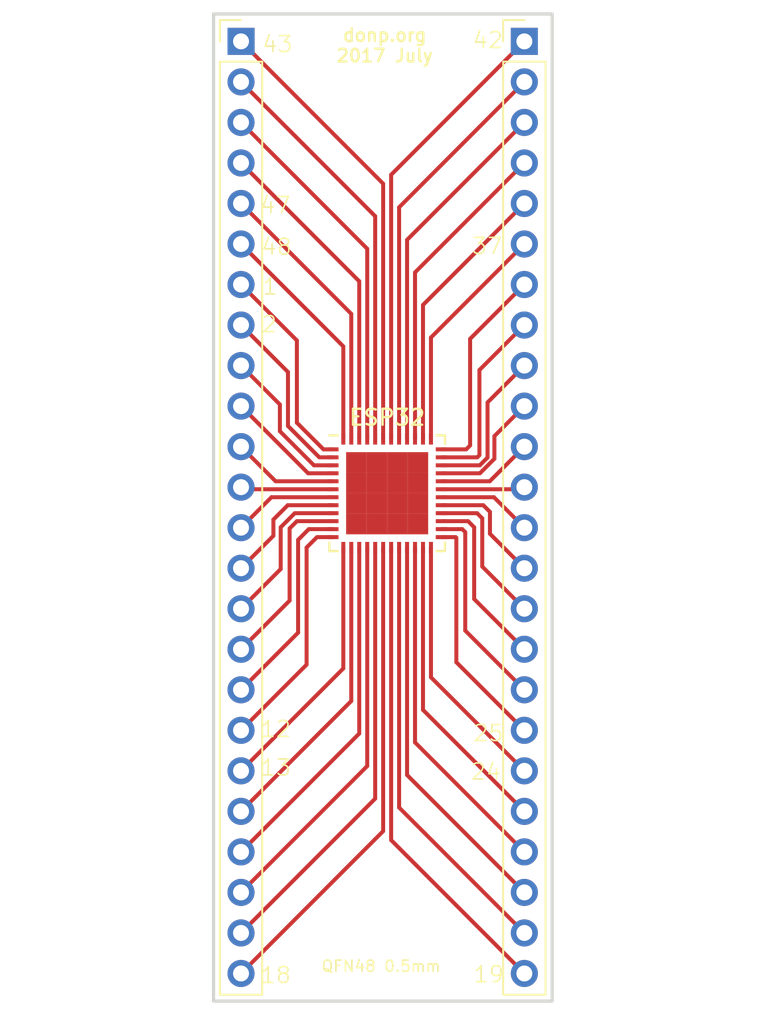
<source format=kicad_pcb>
(kicad_pcb (version 4) (host pcbnew 4.0.6-e0-6349~53~ubuntu16.04.1)

  (general
    (links 0)
    (no_connects 0)
    (area 111.799999 52.575 159.980001 117.705)
    (thickness 1.6)
    (drawings 19)
    (tracks 130)
    (zones 0)
    (modules 3)
    (nets 1)
  )

  (page A4)
  (layers
    (0 F.Cu signal)
    (31 B.Cu signal)
    (32 B.Adhes user)
    (33 F.Adhes user)
    (34 B.Paste user)
    (35 F.Paste user)
    (36 B.SilkS user)
    (37 F.SilkS user)
    (38 B.Mask user)
    (39 F.Mask user)
    (40 Dwgs.User user)
    (41 Cmts.User user)
    (42 Eco1.User user)
    (43 Eco2.User user)
    (44 Edge.Cuts user)
    (45 Margin user)
    (46 B.CrtYd user)
    (47 F.CrtYd user)
    (48 B.Fab user)
    (49 F.Fab user)
  )

  (setup
    (last_trace_width 0.25)
    (trace_clearance 0.2)
    (zone_clearance 0.508)
    (zone_45_only no)
    (trace_min 0.2)
    (segment_width 0.2)
    (edge_width 0.2)
    (via_size 0.6)
    (via_drill 0.4)
    (via_min_size 0.4)
    (via_min_drill 0.3)
    (uvia_size 0.3)
    (uvia_drill 0.1)
    (uvias_allowed no)
    (uvia_min_size 0.2)
    (uvia_min_drill 0.1)
    (pcb_text_width 0.3)
    (pcb_text_size 1.5 1.5)
    (mod_edge_width 0.15)
    (mod_text_size 1 1)
    (mod_text_width 0.15)
    (pad_size 1.7 1.7)
    (pad_drill 1)
    (pad_to_mask_clearance 0.2)
    (aux_axis_origin 0 0)
    (visible_elements FFFEFFFF)
    (pcbplotparams
      (layerselection 0x010f0_80000001)
      (usegerberextensions true)
      (excludeedgelayer true)
      (linewidth 0.100000)
      (plotframeref false)
      (viasonmask false)
      (mode 1)
      (useauxorigin false)
      (hpglpennumber 1)
      (hpglpenspeed 20)
      (hpglpendiameter 15)
      (hpglpenoverlay 2)
      (psnegative false)
      (psa4output false)
      (plotreference true)
      (plotvalue true)
      (plotinvisibletext false)
      (padsonsilk false)
      (subtractmaskfromsilk false)
      (outputformat 1)
      (mirror false)
      (drillshape 0)
      (scaleselection 1)
      (outputdirectory /home/donp/osh))
  )

  (net 0 "")

  (net_class Default "This is the default net class."
    (clearance 0.2)
    (trace_width 0.25)
    (via_dia 0.6)
    (via_drill 0.4)
    (uvia_dia 0.3)
    (uvia_drill 0.1)
  )

  (module Pin_Headers:Pin_Header_Straight_1x24_Pitch2.54mm (layer F.Cu) (tedit 594EA412) (tstamp 59500E85)
    (at 144.78 55.88)
    (descr "Through hole straight pin header, 1x24, 2.54mm pitch, single row")
    (tags "Through hole pin header THT 1x24 2.54mm single row")
    (fp_text reference "" (at 0 -2.33) (layer F.SilkS)
      (effects (font (size 1 1) (thickness 0.15)))
    )
    (fp_text value Pin_Header_Straight_1x24_Pitch2.54mm (at 0 60.75) (layer F.Fab)
      (effects (font (size 1 1) (thickness 0.15)))
    )
    (fp_line (start -1.27 -1.27) (end -1.27 59.69) (layer F.Fab) (width 0.1))
    (fp_line (start -1.27 59.69) (end 1.27 59.69) (layer F.Fab) (width 0.1))
    (fp_line (start 1.27 59.69) (end 1.27 -1.27) (layer F.Fab) (width 0.1))
    (fp_line (start 1.27 -1.27) (end -1.27 -1.27) (layer F.Fab) (width 0.1))
    (fp_line (start -1.33 1.27) (end -1.33 59.75) (layer F.SilkS) (width 0.12))
    (fp_line (start -1.33 59.75) (end 1.33 59.75) (layer F.SilkS) (width 0.12))
    (fp_line (start 1.33 59.75) (end 1.33 1.27) (layer F.SilkS) (width 0.12))
    (fp_line (start 1.33 1.27) (end -1.33 1.27) (layer F.SilkS) (width 0.12))
    (fp_line (start -1.33 0) (end -1.33 -1.33) (layer F.SilkS) (width 0.12))
    (fp_line (start -1.33 -1.33) (end 0 -1.33) (layer F.SilkS) (width 0.12))
    (fp_line (start -1.8 -1.8) (end -1.8 60.2) (layer F.CrtYd) (width 0.05))
    (fp_line (start -1.8 60.2) (end 1.8 60.2) (layer F.CrtYd) (width 0.05))
    (fp_line (start 1.8 60.2) (end 1.8 -1.8) (layer F.CrtYd) (width 0.05))
    (fp_line (start 1.8 -1.8) (end -1.8 -1.8) (layer F.CrtYd) (width 0.05))
    (fp_text user %R (at 0 -2.33) (layer F.Fab)
      (effects (font (size 1 1) (thickness 0.15)))
    )
    (pad 1 thru_hole rect (at 0 0) (size 1.7 1.7) (drill 1) (layers *.Cu *.Mask))
    (pad 2 thru_hole oval (at 0 2.54) (size 1.7 1.7) (drill 1) (layers *.Cu *.Mask))
    (pad 3 thru_hole oval (at 0 5.08) (size 1.7 1.7) (drill 1) (layers *.Cu *.Mask))
    (pad 4 thru_hole oval (at 0 7.62) (size 1.7 1.7) (drill 1) (layers *.Cu *.Mask))
    (pad 5 thru_hole oval (at 0 10.16) (size 1.7 1.7) (drill 1) (layers *.Cu *.Mask))
    (pad 6 thru_hole oval (at 0 12.7) (size 1.7 1.7) (drill 1) (layers *.Cu *.Mask))
    (pad 7 thru_hole oval (at 0 15.24) (size 1.7 1.7) (drill 1) (layers *.Cu *.Mask))
    (pad 8 thru_hole oval (at 0 17.78) (size 1.7 1.7) (drill 1) (layers *.Cu *.Mask))
    (pad 9 thru_hole oval (at 0 20.32) (size 1.7 1.7) (drill 1) (layers *.Cu *.Mask))
    (pad 10 thru_hole oval (at 0 22.86) (size 1.7 1.7) (drill 1) (layers *.Cu *.Mask))
    (pad 11 thru_hole oval (at 0 25.4) (size 1.7 1.7) (drill 1) (layers *.Cu *.Mask))
    (pad 12 thru_hole oval (at 0 27.94) (size 1.7 1.7) (drill 1) (layers *.Cu *.Mask))
    (pad 13 thru_hole oval (at 0 30.48) (size 1.7 1.7) (drill 1) (layers *.Cu *.Mask))
    (pad 14 thru_hole oval (at 0 33.02) (size 1.7 1.7) (drill 1) (layers *.Cu *.Mask))
    (pad 15 thru_hole oval (at 0 35.56) (size 1.7 1.7) (drill 1) (layers *.Cu *.Mask))
    (pad 16 thru_hole oval (at 0 38.1) (size 1.7 1.7) (drill 1) (layers *.Cu *.Mask))
    (pad 17 thru_hole oval (at 0 40.64) (size 1.7 1.7) (drill 1) (layers *.Cu *.Mask))
    (pad 18 thru_hole oval (at 0 43.18) (size 1.7 1.7) (drill 1) (layers *.Cu *.Mask))
    (pad 19 thru_hole oval (at 0 45.72) (size 1.7 1.7) (drill 1) (layers *.Cu *.Mask))
    (pad 20 thru_hole oval (at 0 48.26) (size 1.7 1.7) (drill 1) (layers *.Cu *.Mask))
    (pad 21 thru_hole oval (at 0 50.8) (size 1.7 1.7) (drill 1) (layers *.Cu *.Mask))
    (pad 22 thru_hole oval (at 0 53.34) (size 1.7 1.7) (drill 1) (layers *.Cu *.Mask))
    (pad 23 thru_hole oval (at 0 55.88) (size 1.7 1.7) (drill 1) (layers *.Cu *.Mask))
    (pad 24 thru_hole oval (at 0 58.42) (size 1.7 1.7) (drill 1) (layers *.Cu *.Mask))
    (model ${KISYS3DMOD}/Pin_Headers.3dshapes/Pin_Header_Straight_1x24_Pitch2.54mm.wrl
      (at (xyz 0 -1.15 0))
      (scale (xyz 1 1 1))
      (rotate (xyz 0 0 90))
    )
  )

  (module Pin_Headers:Pin_Header_Straight_1x24_Pitch2.54mm (layer F.Cu) (tedit 594EA412) (tstamp 59500D83)
    (at 127 55.88)
    (descr "Through hole straight pin header, 1x24, 2.54mm pitch, single row")
    (tags "Through hole pin header THT 1x24 2.54mm single row")
    (fp_text reference "" (at 0 -2.33) (layer F.SilkS)
      (effects (font (size 1 1) (thickness 0.15)))
    )
    (fp_text value Pin_Header_Straight_1x24_Pitch2.54mm (at 0 60.75) (layer F.Fab)
      (effects (font (size 1 1) (thickness 0.15)))
    )
    (fp_line (start -1.27 -1.27) (end -1.27 59.69) (layer F.Fab) (width 0.1))
    (fp_line (start -1.27 59.69) (end 1.27 59.69) (layer F.Fab) (width 0.1))
    (fp_line (start 1.27 59.69) (end 1.27 -1.27) (layer F.Fab) (width 0.1))
    (fp_line (start 1.27 -1.27) (end -1.27 -1.27) (layer F.Fab) (width 0.1))
    (fp_line (start -1.33 1.27) (end -1.33 59.75) (layer F.SilkS) (width 0.12))
    (fp_line (start -1.33 59.75) (end 1.33 59.75) (layer F.SilkS) (width 0.12))
    (fp_line (start 1.33 59.75) (end 1.33 1.27) (layer F.SilkS) (width 0.12))
    (fp_line (start 1.33 1.27) (end -1.33 1.27) (layer F.SilkS) (width 0.12))
    (fp_line (start -1.33 0) (end -1.33 -1.33) (layer F.SilkS) (width 0.12))
    (fp_line (start -1.33 -1.33) (end 0 -1.33) (layer F.SilkS) (width 0.12))
    (fp_line (start -1.8 -1.8) (end -1.8 60.2) (layer F.CrtYd) (width 0.05))
    (fp_line (start -1.8 60.2) (end 1.8 60.2) (layer F.CrtYd) (width 0.05))
    (fp_line (start 1.8 60.2) (end 1.8 -1.8) (layer F.CrtYd) (width 0.05))
    (fp_line (start 1.8 -1.8) (end -1.8 -1.8) (layer F.CrtYd) (width 0.05))
    (fp_text user %R (at 0 -2.33) (layer F.Fab)
      (effects (font (size 1 1) (thickness 0.15)))
    )
    (pad 1 thru_hole rect (at 0 0) (size 1.7 1.7) (drill 1) (layers *.Cu *.Mask))
    (pad 2 thru_hole oval (at 0 2.54) (size 1.7 1.7) (drill 1) (layers *.Cu *.Mask))
    (pad 3 thru_hole oval (at 0 5.08) (size 1.7 1.7) (drill 1) (layers *.Cu *.Mask))
    (pad 4 thru_hole oval (at 0 7.62) (size 1.7 1.7) (drill 1) (layers *.Cu *.Mask))
    (pad 5 thru_hole oval (at 0 10.16) (size 1.7 1.7) (drill 1) (layers *.Cu *.Mask))
    (pad 6 thru_hole oval (at 0 12.7) (size 1.7 1.7) (drill 1) (layers *.Cu *.Mask))
    (pad 7 thru_hole oval (at 0 15.24) (size 1.7 1.7) (drill 1) (layers *.Cu *.Mask))
    (pad 8 thru_hole oval (at 0 17.78) (size 1.7 1.7) (drill 1) (layers *.Cu *.Mask))
    (pad 9 thru_hole oval (at 0 20.32) (size 1.7 1.7) (drill 1) (layers *.Cu *.Mask))
    (pad 10 thru_hole oval (at 0 22.86) (size 1.7 1.7) (drill 1) (layers *.Cu *.Mask))
    (pad 11 thru_hole oval (at 0 25.4) (size 1.7 1.7) (drill 1) (layers *.Cu *.Mask))
    (pad 12 thru_hole oval (at 0 27.94) (size 1.7 1.7) (drill 1) (layers *.Cu *.Mask))
    (pad 13 thru_hole oval (at 0 30.48) (size 1.7 1.7) (drill 1) (layers *.Cu *.Mask))
    (pad 14 thru_hole oval (at 0 33.02) (size 1.7 1.7) (drill 1) (layers *.Cu *.Mask))
    (pad 15 thru_hole oval (at 0 35.56) (size 1.7 1.7) (drill 1) (layers *.Cu *.Mask))
    (pad 16 thru_hole oval (at 0 38.1) (size 1.7 1.7) (drill 1) (layers *.Cu *.Mask))
    (pad 17 thru_hole oval (at 0 40.64) (size 1.7 1.7) (drill 1) (layers *.Cu *.Mask))
    (pad 18 thru_hole oval (at 0 43.18) (size 1.7 1.7) (drill 1) (layers *.Cu *.Mask))
    (pad 19 thru_hole oval (at 0 45.72) (size 1.7 1.7) (drill 1) (layers *.Cu *.Mask))
    (pad 20 thru_hole oval (at 0 48.26) (size 1.7 1.7) (drill 1) (layers *.Cu *.Mask))
    (pad 21 thru_hole oval (at 0 50.8) (size 1.7 1.7) (drill 1) (layers *.Cu *.Mask))
    (pad 22 thru_hole oval (at 0 53.34) (size 1.7 1.7) (drill 1) (layers *.Cu *.Mask))
    (pad 23 thru_hole oval (at 0 55.88) (size 1.7 1.7) (drill 1) (layers *.Cu *.Mask))
    (pad 24 thru_hole oval (at 0 58.42) (size 1.7 1.7) (drill 1) (layers *.Cu *.Mask))
    (model ${KISYS3DMOD}/Pin_Headers.3dshapes/Pin_Header_Straight_1x24_Pitch2.54mm.wrl
      (at (xyz 0 -1.15 0))
      (scale (xyz 1 1 1))
      (rotate (xyz 0 0 90))
    )
  )

  (module Housings_DFN_QFN:QFN-48-1EP_7x7mm_Pitch0.5mm (layer F.Cu) (tedit 594EA4A9) (tstamp 5950575B)
    (at 136.1694 84.201)
    (descr "UK Package; 48-Lead Plastic QFN (7mm x 7mm); (see Linear Technology QFN_48_05-08-1704.pdf)")
    (tags "QFN 0.5")
    (attr smd)
    (fp_text reference ESP32 (at 0 -4.75) (layer F.SilkS)
      (effects (font (size 1 1) (thickness 0.15)))
    )
    (fp_text value QFN-48-1EP_7x7mm_Pitch0.5mm (at 0 4.75) (layer F.Fab)
      (effects (font (size 1 1) (thickness 0.15)))
    )
    (fp_line (start -2.5 -3.5) (end 3.5 -3.5) (layer F.Fab) (width 0.15))
    (fp_line (start 3.5 -3.5) (end 3.5 3.5) (layer F.Fab) (width 0.15))
    (fp_line (start 3.5 3.5) (end -3.5 3.5) (layer F.Fab) (width 0.15))
    (fp_line (start -3.5 3.5) (end -3.5 -2.5) (layer F.Fab) (width 0.15))
    (fp_line (start -3.5 -2.5) (end -2.5 -3.5) (layer F.Fab) (width 0.15))
    (fp_line (start -4 -4) (end -4 4) (layer F.CrtYd) (width 0.05))
    (fp_line (start 4 -4) (end 4 4) (layer F.CrtYd) (width 0.05))
    (fp_line (start -4 -4) (end 4 -4) (layer F.CrtYd) (width 0.05))
    (fp_line (start -4 4) (end 4 4) (layer F.CrtYd) (width 0.05))
    (fp_line (start 3.625 -3.625) (end 3.625 -3.1) (layer F.SilkS) (width 0.15))
    (fp_line (start -3.625 3.625) (end -3.625 3.1) (layer F.SilkS) (width 0.15))
    (fp_line (start 3.625 3.625) (end 3.625 3.1) (layer F.SilkS) (width 0.15))
    (fp_line (start -3.625 -3.625) (end -3.1 -3.625) (layer F.SilkS) (width 0.15))
    (fp_line (start -3.625 3.625) (end -3.1 3.625) (layer F.SilkS) (width 0.15))
    (fp_line (start 3.625 3.625) (end 3.1 3.625) (layer F.SilkS) (width 0.15))
    (fp_line (start 3.625 -3.625) (end 3.1 -3.625) (layer F.SilkS) (width 0.15))
    (pad 1 smd rect (at -3.4 -2.75) (size 0.7 0.25) (layers F.Cu F.Paste F.Mask))
    (pad 2 smd rect (at -3.4 -2.25) (size 0.7 0.25) (layers F.Cu F.Paste F.Mask))
    (pad 3 smd rect (at -3.4 -1.75) (size 0.7 0.25) (layers F.Cu F.Paste F.Mask))
    (pad 4 smd rect (at -3.4 -1.25) (size 0.7 0.25) (layers F.Cu F.Paste F.Mask))
    (pad 5 smd rect (at -3.4 -0.75) (size 0.7 0.25) (layers F.Cu F.Paste F.Mask))
    (pad 6 smd rect (at -3.4 -0.25) (size 0.7 0.25) (layers F.Cu F.Paste F.Mask))
    (pad 7 smd rect (at -3.4 0.25) (size 0.7 0.25) (layers F.Cu F.Paste F.Mask))
    (pad 8 smd rect (at -3.4 0.75) (size 0.7 0.25) (layers F.Cu F.Paste F.Mask))
    (pad 9 smd rect (at -3.4 1.25) (size 0.7 0.25) (layers F.Cu F.Paste F.Mask))
    (pad 10 smd rect (at -3.4 1.75) (size 0.7 0.25) (layers F.Cu F.Paste F.Mask))
    (pad 11 smd rect (at -3.4 2.25) (size 0.7 0.25) (layers F.Cu F.Paste F.Mask))
    (pad 12 smd rect (at -3.4 2.75) (size 0.7 0.25) (layers F.Cu F.Paste F.Mask))
    (pad 13 smd rect (at -2.75 3.4 90) (size 0.7 0.25) (layers F.Cu F.Paste F.Mask))
    (pad 14 smd rect (at -2.25 3.4 90) (size 0.7 0.25) (layers F.Cu F.Paste F.Mask))
    (pad 15 smd rect (at -1.75 3.4 90) (size 0.7 0.25) (layers F.Cu F.Paste F.Mask))
    (pad 16 smd rect (at -1.25 3.4 90) (size 0.7 0.25) (layers F.Cu F.Paste F.Mask))
    (pad 17 smd rect (at -0.75 3.4 90) (size 0.7 0.25) (layers F.Cu F.Paste F.Mask))
    (pad 18 smd rect (at -0.25 3.4 90) (size 0.7 0.25) (layers F.Cu F.Paste F.Mask))
    (pad 19 smd rect (at 0.25 3.4 90) (size 0.7 0.25) (layers F.Cu F.Paste F.Mask))
    (pad 20 smd rect (at 0.75 3.4 90) (size 0.7 0.25) (layers F.Cu F.Paste F.Mask))
    (pad 21 smd rect (at 1.25 3.4 90) (size 0.7 0.25) (layers F.Cu F.Paste F.Mask))
    (pad 22 smd rect (at 1.75 3.4 90) (size 0.7 0.25) (layers F.Cu F.Paste F.Mask))
    (pad 23 smd rect (at 2.25 3.4 90) (size 0.7 0.25) (layers F.Cu F.Paste F.Mask))
    (pad 24 smd rect (at 2.75 3.4 90) (size 0.7 0.25) (layers F.Cu F.Paste F.Mask))
    (pad 25 smd rect (at 3.4 2.75) (size 0.7 0.25) (layers F.Cu F.Paste F.Mask))
    (pad 26 smd rect (at 3.4 2.25) (size 0.7 0.25) (layers F.Cu F.Paste F.Mask))
    (pad 27 smd rect (at 3.4 1.75) (size 0.7 0.25) (layers F.Cu F.Paste F.Mask))
    (pad 28 smd rect (at 3.4 1.25) (size 0.7 0.25) (layers F.Cu F.Paste F.Mask))
    (pad 29 smd rect (at 3.4 0.75) (size 0.7 0.25) (layers F.Cu F.Paste F.Mask))
    (pad 30 smd rect (at 3.4 0.25) (size 0.7 0.25) (layers F.Cu F.Paste F.Mask))
    (pad 31 smd rect (at 3.4 -0.25) (size 0.7 0.25) (layers F.Cu F.Paste F.Mask))
    (pad 32 smd rect (at 3.4 -0.75) (size 0.7 0.25) (layers F.Cu F.Paste F.Mask))
    (pad 33 smd rect (at 3.4 -1.25) (size 0.7 0.25) (layers F.Cu F.Paste F.Mask))
    (pad 34 smd rect (at 3.4 -1.75) (size 0.7 0.25) (layers F.Cu F.Paste F.Mask))
    (pad 35 smd rect (at 3.4 -2.25) (size 0.7 0.25) (layers F.Cu F.Paste F.Mask))
    (pad 36 smd rect (at 3.4 -2.75) (size 0.7 0.25) (layers F.Cu F.Paste F.Mask))
    (pad 37 smd rect (at 2.75 -3.4 90) (size 0.7 0.25) (layers F.Cu F.Paste F.Mask))
    (pad 38 smd rect (at 2.25 -3.4 90) (size 0.7 0.25) (layers F.Cu F.Paste F.Mask))
    (pad 39 smd rect (at 1.75 -3.4 90) (size 0.7 0.25) (layers F.Cu F.Paste F.Mask))
    (pad 40 smd rect (at 1.25 -3.4 90) (size 0.7 0.25) (layers F.Cu F.Paste F.Mask))
    (pad 41 smd rect (at 0.75 -3.4 90) (size 0.7 0.25) (layers F.Cu F.Paste F.Mask))
    (pad 42 smd rect (at 0.25 -3.4 90) (size 0.7 0.25) (layers F.Cu F.Paste F.Mask))
    (pad 43 smd rect (at -0.25 -3.4 90) (size 0.7 0.25) (layers F.Cu F.Paste F.Mask))
    (pad 44 smd rect (at -0.75 -3.4 90) (size 0.7 0.25) (layers F.Cu F.Paste F.Mask))
    (pad 45 smd rect (at -1.25 -3.4 90) (size 0.7 0.25) (layers F.Cu F.Paste F.Mask))
    (pad 46 smd rect (at -1.75 -3.4 90) (size 0.7 0.25) (layers F.Cu F.Paste F.Mask))
    (pad 47 smd rect (at -2.25 -3.4 90) (size 0.7 0.25) (layers F.Cu F.Paste F.Mask))
    (pad 48 smd rect (at -2.75 -3.4 90) (size 0.7 0.25) (layers F.Cu F.Paste F.Mask))
    (pad 49 smd rect (at 1.93125 1.93125) (size 1.2875 1.2875) (layers F.Cu F.Paste F.Mask)
      (solder_paste_margin_ratio -0.2))
    (pad 49 smd rect (at 1.93125 0.64375) (size 1.2875 1.2875) (layers F.Cu F.Paste F.Mask)
      (solder_paste_margin_ratio -0.2))
    (pad 49 smd rect (at 1.93125 -0.64375) (size 1.2875 1.2875) (layers F.Cu F.Paste F.Mask)
      (solder_paste_margin_ratio -0.2))
    (pad 49 smd rect (at 1.93125 -1.93125) (size 1.2875 1.2875) (layers F.Cu F.Paste F.Mask)
      (solder_paste_margin_ratio -0.2))
    (pad 49 smd rect (at 0.64375 1.93125) (size 1.2875 1.2875) (layers F.Cu F.Paste F.Mask)
      (solder_paste_margin_ratio -0.2))
    (pad 49 smd rect (at 0.64375 0.64375) (size 1.2875 1.2875) (layers F.Cu F.Paste F.Mask)
      (solder_paste_margin_ratio -0.2))
    (pad 49 smd rect (at 0.64375 -0.64375) (size 1.2875 1.2875) (layers F.Cu F.Paste F.Mask)
      (solder_paste_margin_ratio -0.2))
    (pad 49 smd rect (at 0.64375 -1.93125) (size 1.2875 1.2875) (layers F.Cu F.Paste F.Mask)
      (solder_paste_margin_ratio -0.2))
    (pad 49 smd rect (at -0.64375 1.93125) (size 1.2875 1.2875) (layers F.Cu F.Paste F.Mask)
      (solder_paste_margin_ratio -0.2))
    (pad 49 smd rect (at -0.64375 0.64375) (size 1.2875 1.2875) (layers F.Cu F.Paste F.Mask)
      (solder_paste_margin_ratio -0.2))
    (pad 49 smd rect (at -0.64375 -0.64375) (size 1.2875 1.2875) (layers F.Cu F.Paste F.Mask)
      (solder_paste_margin_ratio -0.2))
    (pad 49 smd rect (at -0.64375 -1.93125) (size 1.2875 1.2875) (layers F.Cu F.Paste F.Mask)
      (solder_paste_margin_ratio -0.2))
    (pad 49 smd rect (at -1.93125 1.93125) (size 1.2875 1.2875) (layers F.Cu F.Paste F.Mask)
      (solder_paste_margin_ratio -0.2))
    (pad 49 smd rect (at -1.93125 0.64375) (size 1.2875 1.2875) (layers F.Cu F.Paste F.Mask)
      (solder_paste_margin_ratio -0.2))
    (pad 49 smd rect (at -1.93125 -0.64375) (size 1.2875 1.2875) (layers F.Cu F.Paste F.Mask)
      (solder_paste_margin_ratio -0.2))
    (pad 49 smd rect (at -1.93125 -1.93125) (size 1.2875 1.2875) (layers F.Cu F.Paste F.Mask)
      (solder_paste_margin_ratio -0.2))
    (model Housings_DFN_QFN.3dshapes/QFN-48-1EP_7x7mm_Pitch0.5mm.wrl
      (at (xyz 0 0 0))
      (scale (xyz 1 1 1))
      (rotate (xyz 0 0 0))
    )
  )

  (gr_text 13 (at 129.1844 101.3968) (layer F.SilkS)
    (effects (font (size 1 1) (thickness 0.1)))
  )
  (gr_text 25 (at 142.5194 99.2378) (layer F.SilkS)
    (effects (font (size 1 1) (thickness 0.1)))
  )
  (gr_text 24 (at 142.367 101.6508) (layer F.SilkS)
    (effects (font (size 1 1) (thickness 0.1)))
  )
  (gr_text 19 (at 142.5448 114.3508) (layer F.SilkS)
    (effects (font (size 1 1) (thickness 0.1)))
  )
  (gr_text 18 (at 129.1844 114.4016) (layer F.SilkS)
    (effects (font (size 1 1) (thickness 0.1)))
  )
  (gr_text 12 (at 129.1844 98.9838) (layer F.SilkS)
    (effects (font (size 1 1) (thickness 0.1)))
  )
  (gr_text 37 (at 142.4432 68.707) (layer F.SilkS)
    (effects (font (size 1 1) (thickness 0.1)))
  )
  (gr_text 42 (at 142.494 55.8038) (layer F.SilkS)
    (effects (font (size 1 1) (thickness 0.1)))
  )
  (gr_text 2 (at 128.778 73.6092) (layer F.SilkS)
    (effects (font (size 1 1) (thickness 0.1)))
  )
  (gr_text 43 (at 129.286 56.0578) (layer F.SilkS)
    (effects (font (size 1 1) (thickness 0.1)))
  )
  (gr_text 47 (at 129.159 66.1416) (layer F.SilkS)
    (effects (font (size 1 1) (thickness 0.1)))
  )
  (gr_text 48 (at 129.2352 68.7578) (layer F.SilkS)
    (effects (font (size 1 1) (thickness 0.1)))
  )
  (gr_text 1 (at 128.8288 71.247) (layer F.SilkS)
    (effects (font (size 1 1) (thickness 0.1)))
  )
  (gr_text "QFN48 0.5mm" (at 135.7884 113.8428) (layer F.SilkS)
    (effects (font (size 0.7 0.7) (thickness 0.1)))
  )
  (gr_text "donp.org\n2017 July" (at 136.017 56.134) (layer F.SilkS)
    (effects (font (size 0.8 0.8) (thickness 0.15)))
  )
  (gr_line (start 125.2794 54.1618) (end 146.5246 54.1618) (angle 90) (layer Edge.Cuts) (width 0.2))
  (gr_line (start 146.5246 54.1618) (end 146.5246 116.0312) (angle 90) (layer Edge.Cuts) (width 0.2) (tstamp 5869BE58))
  (gr_line (start 125.2794 54.1618) (end 125.2794 116.0312) (angle 90) (layer Edge.Cuts) (width 0.2))
  (gr_line (start 125.2794 116.0312) (end 146.5246 116.0312) (angle 90) (layer Edge.Cuts) (width 0.2) (tstamp 5869BDB4))

  (segment (start 138.9194 87.601) (end 138.9194 95.7394) (width 0.25) (layer F.Cu) (net 0) (status 400000))
  (segment (start 138.9194 95.7394) (end 144.78 101.6) (width 0.25) (layer F.Cu) (net 0) (tstamp 595058EA) (status 800000))
  (segment (start 138.4194 87.601) (end 138.4194 97.7794) (width 0.25) (layer F.Cu) (net 0) (status 400000))
  (segment (start 138.4194 97.7794) (end 144.78 104.14) (width 0.25) (layer F.Cu) (net 0) (tstamp 595058E6) (status 800000))
  (segment (start 137.9194 87.601) (end 137.9194 99.8194) (width 0.25) (layer F.Cu) (net 0) (status 400000))
  (segment (start 137.9194 99.8194) (end 144.78 106.68) (width 0.25) (layer F.Cu) (net 0) (tstamp 595058E2) (status 800000))
  (segment (start 137.4194 87.601) (end 137.4194 101.8594) (width 0.25) (layer F.Cu) (net 0) (status 400000))
  (segment (start 137.4194 101.8594) (end 144.78 109.22) (width 0.25) (layer F.Cu) (net 0) (tstamp 595058DE) (status 800000))
  (segment (start 136.9194 87.601) (end 136.9194 103.8994) (width 0.25) (layer F.Cu) (net 0))
  (segment (start 136.9194 103.8994) (end 144.78 111.76) (width 0.25) (layer F.Cu) (net 0) (tstamp 595058D6))
  (segment (start 136.4194 87.601) (end 136.4194 105.9394) (width 0.25) (layer F.Cu) (net 0))
  (segment (start 136.4194 105.9394) (end 144.78 114.3) (width 0.25) (layer F.Cu) (net 0) (tstamp 595058D2))
  (segment (start 135.9194 87.601) (end 135.9194 105.3806) (width 0.25) (layer F.Cu) (net 0))
  (segment (start 135.9194 105.3806) (end 127 114.3) (width 0.25) (layer F.Cu) (net 0) (tstamp 595058CE))
  (segment (start 135.4194 87.601) (end 135.4194 103.3406) (width 0.25) (layer F.Cu) (net 0))
  (segment (start 135.4194 103.3406) (end 127 111.76) (width 0.25) (layer F.Cu) (net 0) (tstamp 595058CA))
  (segment (start 134.9194 87.601) (end 134.9194 101.3006) (width 0.25) (layer F.Cu) (net 0))
  (segment (start 134.9194 101.3006) (end 127 109.22) (width 0.25) (layer F.Cu) (net 0) (tstamp 595058C6))
  (segment (start 134.4194 87.601) (end 134.4194 99.2606) (width 0.25) (layer F.Cu) (net 0))
  (segment (start 134.4194 99.2606) (end 127 106.68) (width 0.25) (layer F.Cu) (net 0) (tstamp 595058C2))
  (segment (start 133.9194 87.601) (end 133.9194 97.2206) (width 0.25) (layer F.Cu) (net 0))
  (segment (start 133.9194 97.2206) (end 127 104.14) (width 0.25) (layer F.Cu) (net 0) (tstamp 595058BE))
  (segment (start 133.4194 87.601) (end 133.4194 95.1806) (width 0.25) (layer F.Cu) (net 0))
  (segment (start 133.4194 95.1806) (end 127 101.6) (width 0.25) (layer F.Cu) (net 0) (tstamp 595058BA))
  (segment (start 138.9194 80.801) (end 138.9194 74.4406) (width 0.25) (layer F.Cu) (net 0))
  (segment (start 138.9194 74.4406) (end 144.78 68.58) (width 0.25) (layer F.Cu) (net 0) (tstamp 595058B6))
  (segment (start 138.4194 80.801) (end 138.4194 72.4006) (width 0.25) (layer F.Cu) (net 0))
  (segment (start 138.4194 72.4006) (end 144.78 66.04) (width 0.25) (layer F.Cu) (net 0) (tstamp 595058B2))
  (segment (start 137.9194 80.801) (end 137.9194 70.3606) (width 0.25) (layer F.Cu) (net 0))
  (segment (start 137.9194 70.3606) (end 144.78 63.5) (width 0.25) (layer F.Cu) (net 0) (tstamp 595058AE))
  (segment (start 137.4194 80.801) (end 137.4194 68.3206) (width 0.25) (layer F.Cu) (net 0))
  (segment (start 137.4194 68.3206) (end 144.78 60.96) (width 0.25) (layer F.Cu) (net 0) (tstamp 595058AA))
  (segment (start 136.9194 80.801) (end 136.9194 66.2806) (width 0.25) (layer F.Cu) (net 0))
  (segment (start 136.9194 66.2806) (end 144.78 58.42) (width 0.25) (layer F.Cu) (net 0) (tstamp 595058A6))
  (segment (start 136.4194 80.801) (end 136.4194 64.2406) (width 0.25) (layer F.Cu) (net 0))
  (segment (start 136.4194 64.2406) (end 144.78 55.88) (width 0.25) (layer F.Cu) (net 0) (tstamp 595058A2))
  (segment (start 135.9194 80.801) (end 135.9194 64.7994) (width 0.25) (layer F.Cu) (net 0))
  (segment (start 135.9194 64.7994) (end 127 55.88) (width 0.25) (layer F.Cu) (net 0) (tstamp 5950589E))
  (segment (start 135.4194 80.801) (end 135.4194 66.8394) (width 0.25) (layer F.Cu) (net 0))
  (segment (start 135.4194 66.8394) (end 127 58.42) (width 0.25) (layer F.Cu) (net 0) (tstamp 5950589A))
  (segment (start 134.9194 80.801) (end 134.9194 68.8794) (width 0.25) (layer F.Cu) (net 0))
  (segment (start 134.9194 68.8794) (end 127 60.96) (width 0.25) (layer F.Cu) (net 0) (tstamp 59505896))
  (segment (start 134.4194 80.801) (end 134.4194 70.9194) (width 0.25) (layer F.Cu) (net 0))
  (segment (start 134.4194 70.9194) (end 127 63.5) (width 0.25) (layer F.Cu) (net 0) (tstamp 59505892))
  (segment (start 133.9194 80.801) (end 133.9194 72.9594) (width 0.25) (layer F.Cu) (net 0))
  (segment (start 133.9194 72.9594) (end 127 66.04) (width 0.25) (layer F.Cu) (net 0) (tstamp 5950588E))
  (segment (start 133.4194 80.801) (end 133.4194 74.9994) (width 0.25) (layer F.Cu) (net 0))
  (segment (start 133.4194 74.9994) (end 127 68.58) (width 0.25) (layer F.Cu) (net 0) (tstamp 5950588A))
  (segment (start 139.5694 81.451) (end 141.1292 81.451) (width 0.25) (layer F.Cu) (net 0))
  (segment (start 141.3764 74.5236) (end 144.78 71.12) (width 0.25) (layer F.Cu) (net 0) (tstamp 59505886))
  (segment (start 141.3764 81.2038) (end 141.3764 74.5236) (width 0.25) (layer F.Cu) (net 0) (tstamp 59505885))
  (segment (start 141.1292 81.451) (end 141.3764 81.2038) (width 0.25) (layer F.Cu) (net 0) (tstamp 59505884))
  (segment (start 139.5694 81.951) (end 141.823 81.951) (width 0.25) (layer F.Cu) (net 0))
  (segment (start 141.9606 76.4794) (end 144.78 73.66) (width 0.25) (layer F.Cu) (net 0) (tstamp 59505880))
  (segment (start 141.9606 81.8134) (end 141.9606 76.4794) (width 0.25) (layer F.Cu) (net 0) (tstamp 5950587F))
  (segment (start 141.823 81.951) (end 141.9606 81.8134) (width 0.25) (layer F.Cu) (net 0) (tstamp 5950587E))
  (segment (start 139.5694 82.451) (end 141.9834 82.451) (width 0.25) (layer F.Cu) (net 0))
  (segment (start 142.4686 78.5114) (end 144.78 76.2) (width 0.25) (layer F.Cu) (net 0) (tstamp 5950587A))
  (segment (start 142.4686 81.9658) (end 142.4686 78.5114) (width 0.25) (layer F.Cu) (net 0) (tstamp 59505879))
  (segment (start 141.9834 82.451) (end 142.4686 81.9658) (width 0.25) (layer F.Cu) (net 0) (tstamp 59505878))
  (segment (start 139.5694 82.951) (end 141.9914 82.951) (width 0.25) (layer F.Cu) (net 0))
  (segment (start 142.9004 80.6196) (end 144.78 78.74) (width 0.25) (layer F.Cu) (net 0) (tstamp 59505874))
  (segment (start 142.9004 82.042) (end 142.9004 80.6196) (width 0.25) (layer F.Cu) (net 0) (tstamp 59505873))
  (segment (start 141.9914 82.951) (end 142.9004 82.042) (width 0.25) (layer F.Cu) (net 0) (tstamp 59505872))
  (segment (start 139.5694 83.451) (end 142.609 83.451) (width 0.25) (layer F.Cu) (net 0))
  (segment (start 142.609 83.451) (end 144.78 81.28) (width 0.25) (layer F.Cu) (net 0) (tstamp 5950586E))
  (segment (start 139.5694 86.951) (end 140.4688 86.951) (width 0.25) (layer F.Cu) (net 0))
  (segment (start 140.5128 94.7928) (end 144.78 99.06) (width 0.25) (layer F.Cu) (net 0) (tstamp 5950586A))
  (segment (start 140.5128 86.995) (end 140.5128 94.7928) (width 0.25) (layer F.Cu) (net 0) (tstamp 59505869))
  (segment (start 140.4688 86.951) (end 140.5128 86.995) (width 0.25) (layer F.Cu) (net 0) (tstamp 59505868))
  (segment (start 139.5694 86.451) (end 140.8832 86.451) (width 0.25) (layer F.Cu) (net 0))
  (segment (start 141.0716 92.8116) (end 144.78 96.52) (width 0.25) (layer F.Cu) (net 0) (tstamp 59505864))
  (segment (start 141.0716 86.6394) (end 141.0716 92.8116) (width 0.25) (layer F.Cu) (net 0) (tstamp 59505863))
  (segment (start 140.8832 86.451) (end 141.0716 86.6394) (width 0.25) (layer F.Cu) (net 0) (tstamp 59505862))
  (segment (start 139.5694 85.951) (end 141.2468 85.951) (width 0.25) (layer F.Cu) (net 0))
  (segment (start 141.6304 90.8304) (end 144.78 93.98) (width 0.25) (layer F.Cu) (net 0) (tstamp 5950585E))
  (segment (start 141.6304 86.3346) (end 141.6304 90.8304) (width 0.25) (layer F.Cu) (net 0) (tstamp 5950585D))
  (segment (start 141.2468 85.951) (end 141.6304 86.3346) (width 0.25) (layer F.Cu) (net 0) (tstamp 5950585C))
  (segment (start 139.5694 85.451) (end 141.8136 85.451) (width 0.25) (layer F.Cu) (net 0))
  (segment (start 142.1384 88.7984) (end 144.78 91.44) (width 0.25) (layer F.Cu) (net 0) (tstamp 59505858))
  (segment (start 142.1384 85.7758) (end 142.1384 88.7984) (width 0.25) (layer F.Cu) (net 0) (tstamp 59505857))
  (segment (start 141.8136 85.451) (end 142.1384 85.7758) (width 0.25) (layer F.Cu) (net 0) (tstamp 59505856))
  (segment (start 139.5694 84.951) (end 142.2026 84.951) (width 0.25) (layer F.Cu) (net 0))
  (segment (start 142.621 86.741) (end 144.78 88.9) (width 0.25) (layer F.Cu) (net 0) (tstamp 59505852))
  (segment (start 142.621 85.3694) (end 142.621 86.741) (width 0.25) (layer F.Cu) (net 0) (tstamp 59505851))
  (segment (start 142.2026 84.951) (end 142.621 85.3694) (width 0.25) (layer F.Cu) (net 0) (tstamp 59505850))
  (segment (start 139.5694 83.951) (end 144.649 83.951) (width 0.25) (layer F.Cu) (net 0))
  (segment (start 144.649 83.951) (end 144.78 83.82) (width 0.25) (layer F.Cu) (net 0) (tstamp 5950584D))
  (segment (start 139.5694 84.451) (end 142.871 84.451) (width 0.25) (layer F.Cu) (net 0))
  (segment (start 142.871 84.451) (end 144.78 86.36) (width 0.25) (layer F.Cu) (net 0) (tstamp 59505849))
  (segment (start 132.7694 86.951) (end 131.7684 86.951) (width 0.25) (layer F.Cu) (net 0))
  (segment (start 131.1148 94.9452) (end 127 99.06) (width 0.25) (layer F.Cu) (net 0) (tstamp 59505845))
  (segment (start 131.1148 87.6046) (end 131.1148 94.9452) (width 0.25) (layer F.Cu) (net 0) (tstamp 59505844))
  (segment (start 131.7684 86.951) (end 131.1148 87.6046) (width 0.25) (layer F.Cu) (net 0) (tstamp 59505843))
  (segment (start 132.7694 86.451) (end 131.2524 86.451) (width 0.25) (layer F.Cu) (net 0))
  (segment (start 130.5814 92.9386) (end 127 96.52) (width 0.25) (layer F.Cu) (net 0) (tstamp 5950583F))
  (segment (start 130.5814 87.122) (end 130.5814 92.9386) (width 0.25) (layer F.Cu) (net 0) (tstamp 5950583E))
  (segment (start 131.2524 86.451) (end 130.5814 87.122) (width 0.25) (layer F.Cu) (net 0) (tstamp 5950583D))
  (segment (start 132.7694 85.951) (end 130.5078 85.951) (width 0.25) (layer F.Cu) (net 0))
  (segment (start 130.048 90.932) (end 127 93.98) (width 0.25) (layer F.Cu) (net 0) (tstamp 59505839))
  (segment (start 130.048 86.4108) (end 130.048 90.932) (width 0.25) (layer F.Cu) (net 0) (tstamp 59505838))
  (segment (start 130.5078 85.951) (end 130.048 86.4108) (width 0.25) (layer F.Cu) (net 0) (tstamp 59505837))
  (segment (start 132.7694 85.451) (end 130.3728 85.451) (width 0.25) (layer F.Cu) (net 0))
  (segment (start 129.4892 88.9508) (end 127 91.44) (width 0.25) (layer F.Cu) (net 0) (tstamp 59505833))
  (segment (start 129.4892 86.3346) (end 129.4892 88.9508) (width 0.25) (layer F.Cu) (net 0) (tstamp 59505832))
  (segment (start 130.3728 85.451) (end 129.4892 86.3346) (width 0.25) (layer F.Cu) (net 0) (tstamp 59505831))
  (segment (start 132.7694 84.951) (end 129.933 84.951) (width 0.25) (layer F.Cu) (net 0))
  (segment (start 129.032 86.868) (end 127 88.9) (width 0.25) (layer F.Cu) (net 0) (tstamp 5950582D))
  (segment (start 129.032 85.852) (end 129.032 86.868) (width 0.25) (layer F.Cu) (net 0) (tstamp 5950582C))
  (segment (start 129.933 84.951) (end 129.032 85.852) (width 0.25) (layer F.Cu) (net 0) (tstamp 5950582B))
  (segment (start 132.7694 84.451) (end 128.909 84.451) (width 0.25) (layer F.Cu) (net 0))
  (segment (start 128.909 84.451) (end 127 86.36) (width 0.25) (layer F.Cu) (net 0) (tstamp 59505827))
  (segment (start 132.7694 81.451) (end 132.1748 81.451) (width 0.25) (layer F.Cu) (net 0))
  (segment (start 130.5052 74.6252) (end 127 71.12) (width 0.25) (layer F.Cu) (net 0) (tstamp 59505823))
  (segment (start 130.5052 79.7814) (end 130.5052 74.6252) (width 0.25) (layer F.Cu) (net 0) (tstamp 59505821))
  (segment (start 132.1748 81.451) (end 130.5052 79.7814) (width 0.25) (layer F.Cu) (net 0) (tstamp 59505820))
  (segment (start 132.7694 81.951) (end 131.9128 81.951) (width 0.25) (layer F.Cu) (net 0))
  (segment (start 129.9464 76.6064) (end 127 73.66) (width 0.25) (layer F.Cu) (net 0) (tstamp 5950581C))
  (segment (start 129.9464 79.9846) (end 129.9464 76.6064) (width 0.25) (layer F.Cu) (net 0) (tstamp 5950581B))
  (segment (start 131.9128 81.951) (end 129.9464 79.9846) (width 0.25) (layer F.Cu) (net 0) (tstamp 5950581A))
  (segment (start 132.7694 82.451) (end 131.5746 82.451) (width 0.25) (layer F.Cu) (net 0))
  (segment (start 129.4384 78.6384) (end 127 76.2) (width 0.25) (layer F.Cu) (net 0) (tstamp 59505816))
  (segment (start 129.4384 80.3148) (end 129.4384 78.6384) (width 0.25) (layer F.Cu) (net 0) (tstamp 59505814))
  (segment (start 131.5746 82.451) (end 129.4384 80.3148) (width 0.25) (layer F.Cu) (net 0) (tstamp 59505812))
  (segment (start 132.7694 82.951) (end 131.211 82.951) (width 0.25) (layer F.Cu) (net 0))
  (segment (start 131.211 82.951) (end 127 78.74) (width 0.25) (layer F.Cu) (net 0) (tstamp 5950580E))
  (segment (start 132.7694 83.451) (end 129.171 83.451) (width 0.25) (layer F.Cu) (net 0))
  (segment (start 129.171 83.451) (end 127 81.28) (width 0.25) (layer F.Cu) (net 0) (tstamp 5950580A))
  (segment (start 132.7694 83.951) (end 127.131 83.951) (width 0.25) (layer F.Cu) (net 0))
  (segment (start 127.131 83.951) (end 127 83.82) (width 0.25) (layer F.Cu) (net 0) (tstamp 59505807))

)

</source>
